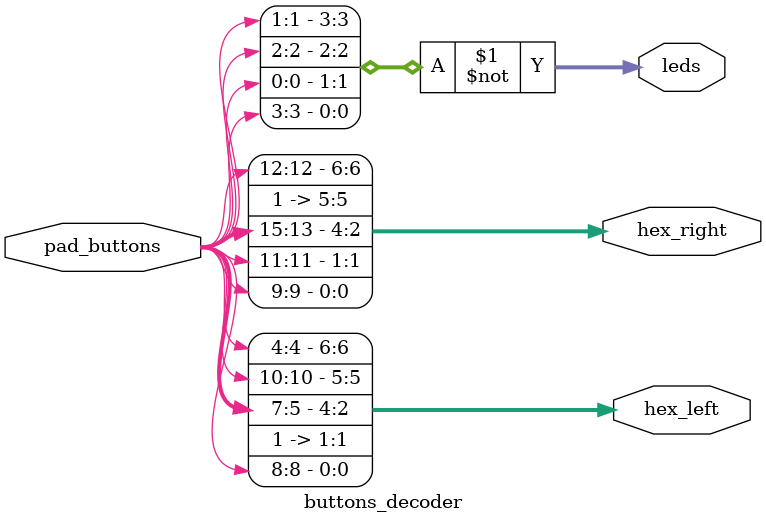
<source format=sv>
module buttons_decoder (
    input logic [15:0] pad_buttons,
    output logic [6:0] hex_left,
    output logic [6:0] hex_right,
    output logic [3:0] leds
);

    assign hex_left = {
        pad_buttons[4],     // ↑
        pad_buttons[10],    // L1
        pad_buttons[7],     // ←
        pad_buttons[6],     // ↓
        pad_buttons[5],     // →
        1'b1,
        pad_buttons[8]      // L2
    };

    assign hex_right = {
        pad_buttons[12],    // △
        1'b1,
        pad_buttons[15],    // □
        pad_buttons[14],    // ×
        pad_buttons[13],    // ○
        pad_buttons[11],    // R1
        pad_buttons[9]      // R2
    };

    assign leds = ~{
        pad_buttons[1],     // Left SW
        pad_buttons[2],     // Right SW
        pad_buttons[0],     // Select
        pad_buttons[3]      // Start
    };
    
endmodule

</source>
